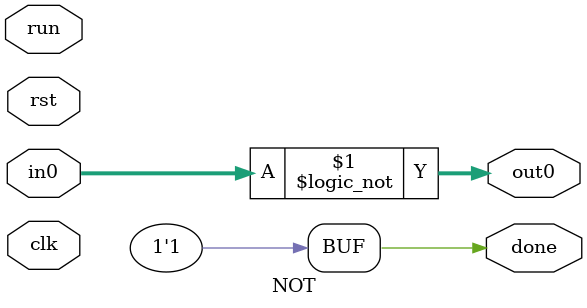
<source format=v>
`timescale 1ns / 1ps
`include "xversat.vh"

module NOT #(
         parameter DATA_W = 32
      )
      (
         input run,
         output done,

         input [DATA_W-1:0] in0,

         output [DATA_W-1:0] out0,
      
         input clk,
         input rst
      ); 

assign out0 = !in0;
assign done = 1'b1;

endmodule

</source>
